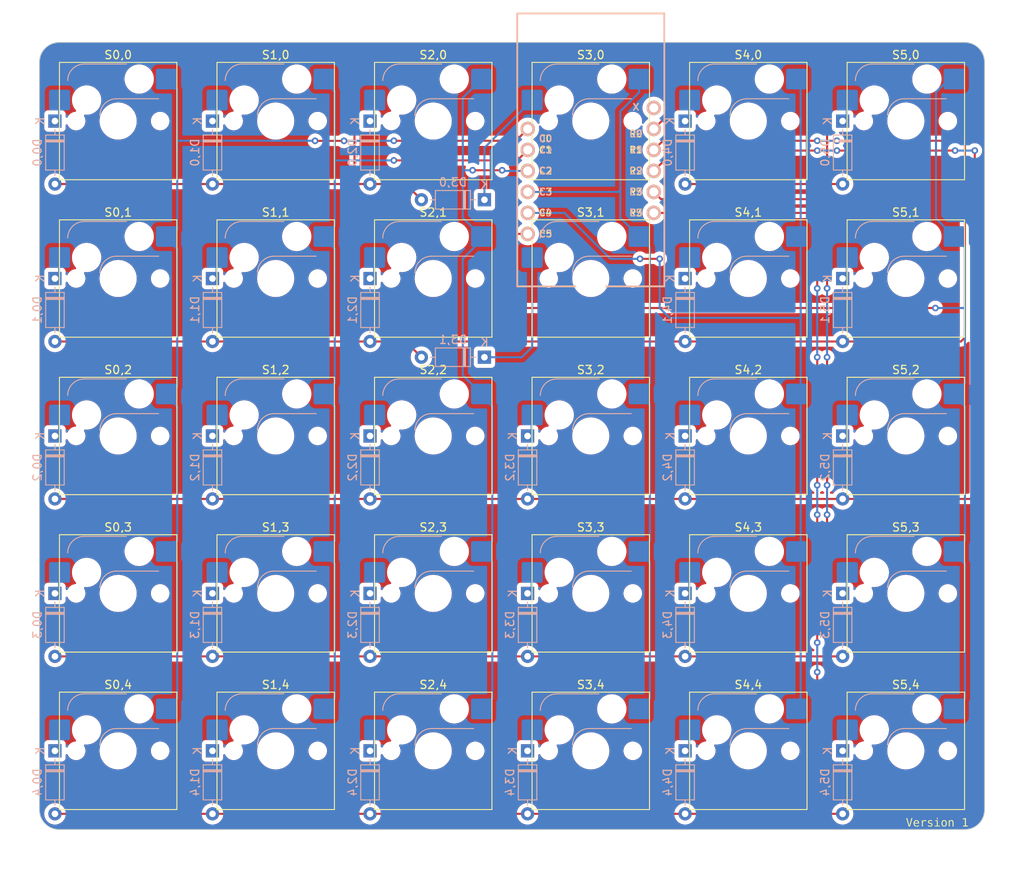
<source format=kicad_pcb>
(kicad_pcb (version 20221018) (generator pcbnew)
  (layers (0 "F.Cu" signal) (31 "B.Cu" signal) (34 "B.Paste" user) (35 "F.Paste" user) (36 "B.SilkS" user "B.Silkscreen") (37 "F.SilkS" user "F.Silkscreen") (38 "B.Mask" user) (39 "F.Mask" user) (44 "Edge.Cuts" user))
  (net 0 "")
  (net 1 "/ROW4")
  (net 2 "/COL5")
  (net 3 "/COL0")
  (net 4 "/COL1")
  (net 5 "/COL2")
  (net 6 "/COL3")
  (net 7 "/COL4")
  (net 8 "/ROW3")
  (net 9 "/ROW2")
  (net 10 "/ROW1")
  (net 11 "/ROW0")
  (net 13 "Net-(D0,0-K)")
  (net 14 "Net-(D0,1-K)")
  (net 15 "Net-(D0,2-K)")
  (net 16 "Net-(D0,3-K)")
  (net 17 "Net-(D0,4-K)")
  (net 18 "Net-(D1,0-K)")
  (net 19 "Net-(D1,1-K)")
  (net 20 "Net-(D1,2-K)")
  (net 21 "Net-(D1,3-K)")
  (net 22 "Net-(D1,4-K)")
  (net 23 "Net-(D2,0-K)")
  (net 24 "Net-(D2,1-K)")
  (net 25 "Net-(D2,2-K)")
  (net 26 "Net-(D2,3-K)")
  (net 27 "Net-(D2,4-K)")
  (net 28 "Net-(D3,0-K)")
  (net 29 "Net-(D3,1-K)")
  (net 30 "Net-(D3,2-K)")
  (net 31 "Net-(D3,3-K)")
  (net 32 "Net-(D3,4-K)")
  (net 33 "Net-(D4,0-K)")
  (net 34 "Net-(D4,1-K)")
  (net 35 "Net-(D4,2-K)")
  (net 36 "Net-(D4,3-K)")
  (net 37 "Net-(D4,4-K)")
  (net 38 "Net-(D5,0-K)")
  (net 39 "Net-(D5,1-K)")
  (net 40 "Net-(D5,2-K)")
  (net 41 "Net-(D5,3-K)")
  (net 42 "Net-(D5,4-K)")
  (footprint "ScottoKeebs_Hotswap:Hotswap_MX_1.00u" (layer "F.Cu") (at 64.235 97.79)
    (fp_text reference "S1,3")
    (fp_text value "Keyswitch")
  )
  (footprint "ScottoKeebs_Hotswap:Hotswap_MX_1.00u" (layer "F.Cu") (at 64.235 116.84)
    (fp_text reference "S1,4")
    (fp_text value "Keyswitch")
  )
  (footprint "ScottoKeebs_Hotswap:Hotswap_MX_1.00u" (layer "F.Cu") (at 64.235 40.64)
    (fp_text reference "S1,0")
    (fp_text value "Keyswitch")
  )
  (footprint "ScottoKeebs_Hotswap:Hotswap_MX_1.00u" (layer "F.Cu") (at 102.335 40.64)
    (fp_text reference "S3,0")
    (fp_text value "Keyswitch")
  )
  (footprint "ScottoKeebs_Hotswap:Hotswap_MX_1.00u" (layer "F.Cu") (at 83.285 116.84)
    (fp_text reference "S2,4")
    (fp_text value "Keyswitch")
  )
  (footprint "ScottoKeebs_Hotswap:Hotswap_MX_1.00u" (layer "F.Cu") (at 45.185 59.69)
    (fp_text reference "S0,1")
    (fp_text value "Keyswitch")
  )
  (footprint "ScottoKeebs_Hotswap:Hotswap_MX_1.00u" (layer "F.Cu") (at 83.285 78.74)
    (fp_text reference "S2,2")
    (fp_text value "Keyswitch")
  )
  (footprint "ScottoKeebs_Hotswap:Hotswap_MX_1.00u" (layer "F.Cu") (at 121.385 59.69)
    (fp_text reference "S4,1")
    (fp_text value "Keyswitch")
  )
  (footprint "ScottoKeebs_Hotswap:Hotswap_MX_1.00u" (layer "F.Cu") (at 45.185 116.84)
    (fp_text reference "S0,4")
    (fp_text value "Keyswitch")
  )
  (footprint "ScottoKeebs_Hotswap:Hotswap_MX_1.00u" (layer "F.Cu") (at 102.335 59.69)
    (fp_text reference "S3,1")
    (fp_text value "Keyswitch")
  )
  (footprint "ScottoKeebs_Hotswap:Hotswap_MX_1.00u" (layer "F.Cu") (at 121.385 78.74)
    (fp_text reference "S4,2")
    (fp_text value "Keyswitch")
  )
  (footprint "ScottoKeebs_Hotswap:Hotswap_MX_1.00u" (layer "F.Cu") (at 83.285 97.79)
    (fp_text reference "S2,3")
    (fp_text value "Keyswitch")
  )
  (footprint "ScottoKeebs_Hotswap:Hotswap_MX_1.00u" (layer "F.Cu") (at 83.285 59.69)
    (fp_text reference "S2,1")
    (fp_text value "Keyswitch")
  )
  (footprint "ScottoKeebs_Hotswap:Hotswap_MX_1.00u" (layer "F.Cu") (at 83.285 40.64)
    (fp_text reference "S2,0")
    (fp_text value "Keyswitch")
  )
  (footprint "ScottoKeebs_Hotswap:Hotswap_MX_1.00u" (layer "F.Cu") (at 102.335 116.84)
    (fp_text reference "S3,4")
    (fp_text value "Keyswitch")
  )
  (footprint "ScottoKeebs_Hotswap:Hotswap_MX_1.00u" (layer "F.Cu") (at 140.435 40.64)
    (fp_text reference "S5,0")
    (fp_text value "Keyswitch")
  )
  (footprint "ScottoKeebs_Hotswap:Hotswap_MX_1.00u" (layer "F.Cu") (at 140.435 78.74)
    (fp_text reference "S5,2")
    (fp_text value "Keyswitch")
  )
  (footprint "ScottoKeebs_Hotswap:Hotswap_MX_1.00u" (layer "F.Cu") (at 45.185 40.64)
    (fp_text reference "S0,0")
    (fp_text value "Keyswitch")
  )
  (footprint "ScottoKeebs_Hotswap:Hotswap_MX_1.00u" (layer "F.Cu") (at 121.385 40.64)
    (fp_text reference "S4,0")
    (fp_text value "Keyswitch")
  )
  (footprint "ScottoKeebs_Hotswap:Hotswap_MX_1.00u" (layer "F.Cu") (at 64.235 78.74)
    (fp_text reference "S1,2")
    (fp_text value "Keyswitch")
  )
  (footprint "ScottoKeebs_MCU:Arduino_Pro_Micro_modified_2" (layer "F.Cu") (at 102.335 45.4025)
    (fp_text reference "U2" hide)
    (fp_text value "Arduino_Pro_Micro" hide)
  )
  (footprint "ScottoKeebs_Hotswap:Hotswap_MX_1.00u" (layer "F.Cu") (at 140.435 97.79)
    (fp_text reference "S5,3")
    (fp_text value "Keyswitch")
  )
  (footprint "ScottoKeebs_Hotswap:Hotswap_MX_1.00u" (layer "F.Cu") (at 102.335 97.79)
    (fp_text reference "S3,3")
    (fp_text value "Keyswitch")
  )
  (footprint "ScottoKeebs_Hotswap:Hotswap_MX_1.00u" (layer "F.Cu") (at 45.185 78.74)
    (fp_text reference "S0,2")
    (fp_text value "Keyswitch")
  )
  (footprint "ScottoKeebs_Hotswap:Hotswap_MX_1.00u" (layer "F.Cu") (at 102.335 78.74)
    (fp_text reference "S3,2")
    (fp_text value "Keyswitch")
  )
  (footprint "ScottoKeebs_Hotswap:Hotswap_MX_1.00u" (layer "F.Cu") (at 140.435 59.69)
    (fp_text reference "S5,1")
    (fp_text value "Keyswitch")
  )
  (footprint "ScottoKeebs_Hotswap:Hotswap_MX_1.00u" (layer "F.Cu") (at 121.385 97.79)
    (fp_text reference "S4,3")
    (fp_text value "Keyswitch")
  )
  (footprint "ScottoKeebs_Hotswap:Hotswap_MX_1.00u" (layer "F.Cu") (at 64.235 59.69)
    (fp_text reference "S1,1")
    (fp_text value "Keyswitch")
  )
  (footprint "ScottoKeebs_Hotswap:Hotswap_MX_1.00u" (layer "F.Cu") (at 45.185 97.79)
    (fp_text reference "S0,3")
    (fp_text value "Keyswitch")
  )
  (footprint "ScottoKeebs_Hotswap:Hotswap_MX_1.00u" (layer "F.Cu") (at 140.435 116.84)
    (fp_text reference "S5,4")
    (fp_text value "Keyswitch")
  )
  (footprint "ScottoKeebs_Hotswap:Hotswap_MX_1.00u" (layer "F.Cu") (at 121.385 116.84)
    (fp_text reference "S4,4")
    (fp_text value "Keyswitch")
  )
  (footprint "ScottoKeebs_Components:Diode_DO-35" (layer "B.Cu") (at 37.54125 40.64 -90)
    (fp_text reference "D0,0")
    (fp_text value "Diode")
  )
  (footprint "ScottoKeebs_Components:Diode_DO-35" (layer "B.Cu") (at 75.64125 59.69 -90)
    (fp_text reference "D2,1")
    (fp_text value "Diode")
  )
  (footprint "ScottoKeebs_Components:Diode_DO-35" (layer "B.Cu") (at 75.64125 78.74 -90)
    (fp_text reference "D2,2")
    (fp_text value "Diode")
  )
  (footprint "ScottoKeebs_Components:Diode_DO-35" (layer "B.Cu") (at 113.74125 59.69 -90)
    (fp_text reference "D4,1")
    (fp_text value "Diode")
  )
  (footprint "ScottoKeebs_Components:Diode_DO-35" (layer "B.Cu") (at 132.79125 116.84 -90)
    (fp_text reference "D5,4")
    (fp_text value "Diode")
  )
  (footprint "ScottoKeebs_Components:Diode_DO-35" (layer "B.Cu") (at 89.47625 69.215 180)
    (fp_text reference "D3,1")
    (fp_text value "Diode")
  )
  (footprint "ScottoKeebs_Components:Diode_DO-35" (layer "B.Cu") (at 113.74125 40.64 -90)
    (fp_text reference "D4,0")
    (fp_text value "Diode")
  )
  (footprint "ScottoKeebs_Components:Diode_DO-35" (layer "B.Cu") (at 132.79125 97.79 -90)
    (fp_text reference "D5,3")
    (fp_text value "Diode")
  )
  (footprint "ScottoKeebs_Components:Diode_DO-35" (layer "B.Cu") (at 37.54125 97.79 -90)
    (fp_text reference "D0,3")
    (fp_text value "Diode")
  )
  (footprint "ScottoKeebs_Components:Diode_DO-35" (layer "B.Cu") (at 132.79125 78.74 -90)
    (fp_text reference "D5,2")
    (fp_text value "Diode")
  )
  (footprint "ScottoKeebs_Components:Diode_DO-35" (layer "B.Cu") (at 132.79125 40.64 -90)
    (fp_text reference "D5,0")
    (fp_text value "Diode")
  )
  (footprint "ScottoKeebs_Components:Diode_DO-35" (layer "B.Cu") (at 113.74125 116.84 -90)
    (fp_text reference "D4,4")
    (fp_text value "Diode")
  )
  (footprint "ScottoKeebs_Components:Diode_DO-35" (layer "B.Cu") (at 75.64125 116.84 -90)
    (fp_text reference "D2,4")
    (fp_text value "Diode")
  )
  (footprint "ScottoKeebs_Components:Diode_DO-35" (layer "B.Cu") (at 56.59125 116.84 -90)
    (fp_text reference "D1,4")
    (fp_text value "Diode")
  )
  (footprint "ScottoKeebs_Components:Diode_DO-35" (layer "B.Cu") (at 56.59125 78.74 -90)
    (fp_text reference "D1,2")
    (fp_text value "Diode")
  )
  (footprint "ScottoKeebs_Components:Diode_DO-35" (layer "B.Cu") (at 94.69125 116.84 -90)
    (fp_text reference "D3,4")
    (fp_text value "Diode")
  )
  (footprint "ScottoKeebs_Components:Diode_DO-35" (layer "B.Cu") (at 94.69125 78.74 -90)
    (fp_text reference "D3,2")
    (fp_text value "Diode")
  )
  (footprint "ScottoKeebs_Components:Diode_DO-35" (layer "B.Cu") (at 113.74125 97.79 -90)
    (fp_text reference "D4,3")
    (fp_text value "Diode")
  )
  (footprint "ScottoKeebs_Components:Diode_DO-35" (layer "B.Cu") (at 75.64125 40.64 -90)
    (fp_text reference "D2,0")
    (fp_text value "Diode")
  )
  (footprint "ScottoKeebs_Components:Diode_DO-35" (layer "B.Cu") (at 94.69125 97.79 -90)
    (fp_text reference "D3,3")
    (fp_text value "Diode")
  )
  (footprint "ScottoKeebs_Components:Diode_DO-35" (layer "B.Cu") (at 75.64125 97.79 -90)
    (fp_text reference "D2,3")
    (fp_text value "Diode")
  )
  (footprint "ScottoKeebs_Components:Diode_DO-35" (layer "B.Cu") (at 56.59125 40.64 -90)
    (fp_text reference "D1,0")
    (fp_text value "Diode")
  )
  (footprint "ScottoKeebs_Components:Diode_DO-35" (layer "B.Cu") (at 56.59125 59.69 -90)
    (fp_text reference "D1,1")
    (fp_text value "Diode")
  )
  (footprint "ScottoKeebs_Components:Diode_DO-35" (layer "B.Cu") (at 37.54125 116.84 -90)
    (fp_text reference "D0,4")
    (fp_text value "Diode")
  )
  (footprint "ScottoKeebs_Components:Diode_DO-35" (layer "B.Cu") (at 56.59125 97.79 -90)
    (fp_text reference "D1,3")
    (fp_text value "Diode")
  )
  (footprint "ScottoKeebs_Components:Diode_DO-35" (layer "B.Cu") (at 37.54125 78.74 -90)
    (fp_text reference "D0,2")
    (fp_text value "Diode")
  )
  (footprint "ScottoKeebs_Components:Diode_DO-35" (layer "B.Cu") (at 37.54125 59.69 -90)
    (fp_text reference "D0,1")
    (fp_text value "Diode")
  )
  (footprint "ScottoKeebs_Components:Diode_DO-35" (layer "B.Cu") (at 113.74125 78.74 -90)
    (fp_text reference "D4,2")
    (fp_text value "Diode")
  )
  (footprint "ScottoKeebs_Components:Diode_DO-35" (layer "B.Cu") (at 132.79125 59.69 -90)
    (fp_text reference "D5,1")
    (fp_text value "Diode")
  )
  (footprint "ScottoKeebs_Components:Diode_DO-35" (layer "B.Cu") (at 89.47625 50.165 180)
    (fp_text reference "D3,0")
    (fp_text value "Diode")
  )
  (gr_line (start 38.04125 126.365) (end 147.57875 126.365) (stroke (width 0.1)) (layer "Edge.Cuts"))
  (gr_line (start 35.66 33.49625) (end 35.66 123.98375) (stroke (width 0.1)) (layer "Edge.Cuts"))
  (gr_arc (start 147.57875 31.115) (mid 149.262548 31.812452) (end 149.96 33.49625) (stroke (width 0.1)) (layer "Edge.Cuts"))
  (gr_arc (start 35.66 33.49625) (mid 36.357452 31.812452) (end 38.04125 31.115) (stroke (width 0.1)) (layer "Edge.Cuts"))
  (gr_line (start 149.96 123.98375) (end 149.96 33.49625) (stroke (width 0.1)) (layer "Edge.Cuts"))
  (gr_arc (start 149.96 123.98375) (mid 149.262548 125.667548) (end 147.57875 126.365) (stroke (width 0.1)) (layer "Edge.Cuts"))
  (gr_line (start 147.57875 31.115) (end 38.04125 31.115) (stroke (width 0.1)) (layer "Edge.Cuts"))
  (gr_arc (start 38.04125 126.365) (mid 36.357452 125.667548) (end 35.66 123.98375) (stroke (width 0.1)) (layer "Edge.Cuts"))
  (gr_text "Version 1" (at 140.435 126.165) (layer "F.SilkS") (effects (font (size 1 1)) (justify left bottom)))
  (segment (start 95.19125 124.46) (end 114.24125 124.46) (width 0.25) (layer "F.Cu") (net 1))
  (segment (start 57.09125 124.46) (end 76.14125 124.46) (width 0.25) (layer "F.Cu") (net 1))
  (segment (start 76.14125 124.46) (end 95.19125 124.46) (width 0.25) (layer "F.Cu") (net 1))
  (segment (start 128.925625 51.7525) (end 109.955 51.7525) (width 0.25) (layer "F.Cu") (net 1))
  (segment (start 129.719375 124.46) (end 133.29125 124.46) (width 0.25) (layer "F.Cu") (net 1))
  (segment (start 129.719375 107.315) (end 129.719375 124.46) (width 0.25) (layer "F.Cu") (net 1))
  (segment (start 129.719375 60.880625) (end 129.719375 52.54625) (width 0.25) (layer "F.Cu") (net 1))
  (segment (start 129.719375 88.265) (end 129.719375 103.743125) (width 0.25) (layer "F.Cu") (net 1))
  (segment (start 129.719375 52.54625) (end 128.925625 51.7525) (width 0.25) (layer "F.Cu") (net 1))
  (segment (start 114.24125 124.46) (end 129.719375 124.46) (width 0.25) (layer "F.Cu") (net 1))
  (segment (start 38.04125 124.46) (end 57.09125 124.46) (width 0.25) (layer "F.Cu") (net 1))
  (segment (start 129.719375 69.215) (end 129.719375 84.693125) (width 0.25) (layer "F.Cu") (net 1))
  (via (at 129.719375 88.265) (size 0.8) (drill 0.4) (layers "F.Cu" "B.Cu") (net 1))
  (via (at 129.719375 103.743125) (size 0.8) (drill 0.4) (layers "F.Cu" "B.Cu") (net 1))
  (via (at 129.719375 107.315) (size 0.8) (drill 0.4) (layers "F.Cu" "B.Cu") (net 1))
  (via (at 129.719375 60.880625) (size 0.8) (drill 0.4) (layers "F.Cu" "B.Cu") (net 1))
  (via (at 129.719375 69.215) (size 0.8) (drill 0.4) (layers "F.Cu" "B.Cu") (net 1))
  (via (at 129.719375 84.693125) (size 0.8) (drill 0.4) (layers "F.Cu" "B.Cu") (net 1))
  (segment (start 129.719375 84.693125) (end 129.719375 88.265) (width 0.25) (layer "B.Cu") (net 1))
  (segment (start 129.719375 60.880625) (end 129.719375 69.215) (width 0.25) (layer "B.Cu") (net 1))
  (segment (start 129.719375 103.743125) (end 129.719375 107.315) (width 0.25) (layer "B.Cu") (net 1))
  (segment (start 92.81 54.9275) (end 92.81 62.07125) (width 0.25) (layer "F.Cu") (net 2))
  (segment (start 93.445 54.2925) (end 92.81 54.9275) (width 0.25) (layer "F.Cu") (net 2))
  (segment (start 94.715 54.2925) (end 93.445 54.2925) (width 0.25) (layer "F.Cu") (net 2))
  (segment (start 94.000625 63.261875) (end 144.006875 63.261875) (width 0.25) (layer "F.Cu") (net 2))
  (segment (start 92.81 62.07125) (end 94.000625 63.261875) (width 0.25) (layer "F.Cu") (net 2))
  (via (at 144.006875 63.261875) (size 0.8) (drill 0.4) (layers "F.Cu" "B.Cu") (net 2))
  (segment (start 147.57875 91.40825) (end 146.277 92.71) (width 0.25) (layer "B.Cu") (net 2))
  (segment (start 145.662006 35.56) (end 144.080378 37.141628) (width 0.25) (layer "B.Cu") (net 2))
  (segment (start 144.006875 63.261875) (end 147.57875 63.261875) (width 0.25) (layer "B.Cu") (net 2))
  (segment (start 147.57875 94.218125) (end 147.57875 110.45825) (width 0.25) (layer "B.Cu") (net 2))
  (segment (start 147.57875 63.261875) (end 147.57875 72.35825) (width 0.25) (layer "B.Cu") (net 2))
  (segment (start 146.277 92.71) (end 146.277 92.916375) (width 0.25) (layer "B.Cu") (net 2))
  (segment (start 146.277 54.61) (end 147.57875 55.91175) (width 0.25) (layer "B.Cu") (net 2))
  (segment (start 146.277 73.866375) (end 147.57875 75.168125) (width 0.25) (layer "B.Cu") (net 2))
  (segment (start 147.57875 72.35825) (end 146.277 73.66) (width 0.25) (layer "B.Cu") (net 2))
  (segment (start 144.080378 37.141628) (end 144.080378 52.413378) (width 0.25) (layer "B.Cu") (net 2))
  (segment (start 147.57875 55.91175) (end 147.57875 63.261875) (width 0.25) (layer "B.Cu") (net 2))
  (segment (start 146.277 73.66) (end 146.277 73.866375) (width 0.25) (layer "B.Cu") (net 2))
  (segment (start 144.080378 52.413378) (end 146.277 54.61) (width 0.25) (layer "B.Cu") (net 2))
  (segment (start 146.277 35.56) (end 145.662006 35.56) (width 0.25) (layer "B.Cu") (net 2))
  (segment (start 146.277 92.916375) (end 147.57875 94.218125) (width 0.25) (layer "B.Cu") (net 2))
  (segment (start 147.57875 110.45825) (end 146.277 111.76) (width 0.25) (layer "B.Cu") (net 2))
  (segment (start 147.57875 75.168125) (end 147.57875 91.40825) (width 0.25) (layer "B.Cu") (net 2))
  (segment (start 94.715 41.5925) (end 93.28625 43.02125) (width 0.25) (layer "F.Cu") (net 3))
  (segment (start 68.9975 43.033214) (end 72.498385 43.033214) (width 0.25) (layer "F.Cu") (net 3))
  (segment (start 93.28625 43.02125) (end 78.5225 43.02125) (width 0.25) (layer "F.Cu") (net 3))
  (via (at 78.5225 43.02125) (size 0.8) (drill 0.4) (layers "F.Cu" "B.Cu") (net 3))
  (via (at 72.498385 43.033214) (size 0.8) (drill 0.4) (layers "F.Cu" "B.Cu") (net 3))
  (via (at 68.9975 43.033214) (size 0.8) (drill 0.4) (layers "F.Cu" "B.Cu") (net 3))
  (segment (start 52.32875 43.02125) (end 52.32875 53.736875) (width 0.25) (layer "B.Cu") (net 3))
  (segment (start 51.455625 54.61) (end 51.027 54.61) (width 0.25) (layer "B.Cu") (net 3))
  (segment (start 52.32875 94.01175) (end 52.32875 110.45825) (width 0.25) (layer "B.Cu") (net 3))
  (segment (start 51.027 35.56) (end 52.32875 36.86175) (width 0.25) (layer "B.Cu") (net 3))
  (segment (start 51.027 92.71) (end 52.32875 94.01175) (width 0.25) (layer "B.Cu") (net 3))
  (segment (start 52.32875 56.118125) (end 52.32875 72.786875) (width 0.25) (layer "B.Cu") (net 3))
  (segment (start 51.455625 73.66) (end 51.027 73.66) (width 0.25) (layer "B.Cu") (net 3))
  (segment (start 52.32875 36.86175) (end 52.32875 43.02125) (width 0.25) (layer "B.Cu") (net 3))
  (segment (start 52.32875 91.40825) (end 51.027 92.71) (width 0.25) (layer "B.Cu") (net 3))
  (segment (start 72.510349 43.02125) (end 72.498385 43.033214) (width 0.25) (layer "B.Cu") (net 3))
  (segment (start 52.32875 72.786875) (end 51.455625 73.66) (width 0.25) (layer "B.Cu") (net 3))
  (segment (start 78.5225 43.02125) (end 72.510349 43.02125) (width 0.25) (layer "B.Cu") (net 3))
  (segment (start 52.32875 53.736875) (end 51.455625 54.61) (width 0.25) (layer "B.Cu") (net 3))
  (segment (start 51.027 73.66) (end 51.027 73.866375) (width 0.25) (layer "B.Cu") (net 3))
  (segment (start 52.32875 75.168125) (end 52.32875 91.40825) (width 0.25) (layer "B.Cu") (net 3))
  (segment (start 52.32875 110.45825) (end 51.027 111.76) (width 0.25) (layer "B.Cu") (net 3))
  (segment (start 68.9975 43.033214) (end 68.985536 43.02125) (width 0.25) (layer "B.Cu") (net 3))
  (segment (start 51.027 54.61) (end 51.027 54.816375) (width 0.25) (layer "B.Cu") (net 3))
  (segment (start 68.985536 43.02125) (end 52.32875 43.02125) (width 0.25) (layer "B.Cu") (net 3))
  (segment (start 51.027 54.816375) (end 52.32875 56.118125) (width 0.25) (layer "B.Cu") (net 3))
  (segment (start 51.027 73.866375) (end 52.32875 75.168125) (width 0.25) (layer "B.Cu") (net 3))
  (segment (start 94.715 44.1325) (end 93.445 45.4025) (width 0.25) (layer "F.Cu") (net 4))
  (segment (start 93.445 45.4025) (end 78.5225 45.4025) (width 0.25) (layer "F.Cu") (net 4))
  (via (at 78.5225 45.4025) (size 0.8) (drill 0.4) (layers "F.Cu" "B.Cu") (net 4))
  (segment (start 70.077 92.71) (end 70.077 92.916375) (width 0.25) (layer "B.Cu") (net 4))
  (segment (start 70.077 35.56) (end 70.077 35.766375) (width 0.25) (layer "B.Cu") (net 4))
  (segment (start 70.077 92.916375) (end 71.37875 94.218125) (width 0.25) (layer "B.Cu") (net 4))
  (segment (start 71.37875 91.40825) (end 70.077 92.71) (width 0.25) (layer "B.Cu") (net 4))
  (segment (start 71.37875 75.168125) (end 71.37875 91.40825) (width 0.25) (layer "B.Cu") (net 4))
  (segment (start 71.37875 56.118125) (end 71.37875 72.35825) (width 0.25) (layer "B.Cu") (net 4))
  (segment (start 70.077 54.816375) (end 71.37875 56.118125) (width 0.25) (layer "B.Cu") (net 4))
  (segment (start 70.077 73.66) (end 70.077 73.866375) (width 0.25) (layer "B.Cu") (net 4))
  (segment (start 70.077 73.866375) (end 71.37875 75.168125) (width 0.25) (layer "B.Cu") (net 4))
  (segment (start 71.37875 44.211875) (end 71.37875 45.4025) (width 0.25) (layer "B.Cu") (net 4))
  (segment (start 71.37875 94.218125) (end 71.37875 110.45825) (width 0.25) (layer "B.Cu") (net 4))
  (segment (start 70.077 35.766375) (end 71.37875 37.068125) (width 0.25) (layer "B.Cu") (net 4))
  (segment (start 71.37875 53.30825) (end 70.077 54.61) (width 0.25) (layer "B.Cu") (net 4))
  (segment (start 71.37875 45.4025) (end 71.37875 53.30825) (width 0.25) (layer "B.Cu") (net 4))
  (segment (start 78.5225 45.4025) (end 71.37875 45.4025) (width 0.25) (layer "B.Cu") (net 4))
  (segment (start 71.37875 110.45825) (end 70.077 111.76) (width 0.25) (layer "B.Cu") (net 4))
  (segment (start 70.077 54.61) (end 70.077 54.816375) (width 0.25) (layer "B.Cu") (net 4))
  (segment (start 71.37875 37.068125) (end 71.37875 44.211875) (width 0.25) (layer "B.Cu") (net 4))
  (segment (start 71.37875 72.35825) (end 70.077 73.66) (width 0.25) (layer "B.Cu") (net 4))
  (segment (start 91.619375 46.593125) (end 88.0475 46.593125) (width 0.25) (layer "F.Cu") (net 5))
  (via (at 88.0475 46.593125) (size 0.8) (drill 0.4) (layers "F.Cu" "B.Cu") (net 5))
  (via (at 91.619375 46.593125) (size 0.8) (drill 0.4) (layers "F.Cu" "B.Cu") (net 5))
  (segment (start 91.69875 46.6725) (end 91.619375 46.593125) (width 0.25) (layer "B.Cu") (net 5))
  (segment (start 90.42875 110.45825) (end 89.127 111.76) (width 0.25) (layer "B.Cu") (net 5))
  (segment (start 86.856875 46.593125) (end 86.856875 52.339875) (width 0.25) (layer "B.Cu") (net 5))
  (segment (start 90.42875 75.168125) (end 90.42875 91.40825) (width 0.25) (layer "B.Cu") (net 5))
  (segment (start 89.127 35.56) (end 86.856875 37.830125) (width 0.25) (layer "B.Cu") (net 5))
  (segment (start 86.856875 57.30875) (end 86.856875 71.389875) (width 0.25) (layer "B.Cu") (net 5))
  (segment (start 88.0475 46.593125) (end 86.856875 46.593125) (width 0.25) (layer "B.Cu") (net 5))
  (segment (start 94.715 46.6725) (end 91.69875 46.6725) (width 0.25) (layer "B.Cu") (net 5))
  (segment (start 86.856875 71.389875) (end 89.127 73.66) (width 0.25) (layer "B.Cu") (net 5))
  (segment (start 86.856875 37.830125) (end 86.856875 46.593125) (width 0.25) (layer "B.Cu") (net 5))
  (segment (start 86.856875 52.339875) (end 89.127 54.61) (width 0.25) (layer "B.Cu") (net 5))
  (segment (start 89.127 92.71) (end 90.42875 94.01175) (width 0.25) (layer "B.Cu") (net 5))
  (segment (start 90.42875 91.40825) (end 89.127 92.71) (width 0.25) (layer "B.Cu") (net 5))
  (segment (start 90.42875 94.01175) (end 90.42875 110.45825) (width 0.25) (layer "B.Cu") (net 5))
  (segment (start 89.127 73.866375) (end 90.42875 75.168125) (width 0.25) (layer "B.Cu") (net 5))
  (segment (start 89.127 55.038625) (end 86.856875 57.30875) (width 0.25) (layer "B.Cu") (net 5))
  (segment (start 89.127 73.66) (end 89.127 73.866375) (width 0.25) (layer "B.Cu") (net 5))
  (segment (start 89.127 54.61) (end 89.127 55.038625) (width 0.25) (layer "B.Cu") (net 5))
  (segment (start 108.177 73.66) (end 109.47875 72.35825) (width 0.25) (layer "B.Cu") (net 6))
  (segment (start 105.66875 49.2125) (end 105.906875 48.974375) (width 0.25) (layer "B.Cu") (net 6))
  (segment (start 109.47875 72.35825) (end 109.47875 55.91175) (width 0.25) (layer "B.Cu") (net 6))
  (segment (start 94.715 49.2125) (end 105.66875 49.2125) (width 0.25) (layer "B.Cu") (net 6))
  (segment (start 109.47875 55.91175) (end 108.177 54.61) (width 0.25) (layer "B.Cu") (net 6))
  (segment (start 109.47875 110.45825) (end 108.177 111.76) (width 0.25) (layer "B.Cu") (net 6))
  (segment (start 109.47875 91.40825) (end 108.177 92.71) (width 0.25) (layer "B.Cu") (net 6))
  (segment (start 108.177 73.66) (end 109.47875 74.96175) (width 0.25) (layer "B.Cu") (net 6))
  (segment (start 105.906875 52.339875) (end 108.177 54.61) (width 0.25) (layer "B.Cu") (net 6))
  (segment (start 108.177 37.17925) (end 105.906875 39.449375) (width 0.25) (layer "B.Cu") (net 6))
  (segment (start 108.177 92.71) (end 109.47875 94.01175) (width 0.25) (layer "B.Cu") (net 6))
  (segment (start 109.47875 74.96175) (end 109.47875 91.40825) (width 0.25) (layer "B.Cu") (net 6))
  (segment (start 109.47875 94.01175) (end 109.47875 110.45825) (width 0.25) (layer "B.Cu") (net 6))
  (segment (start 105.906875 48.974375) (end 105.906875 52.339875) (width 0.25) (layer "B.Cu") (net 6))
  (segment (start 105.906875 39.449375) (end 105.906875 48.974375) (width 0.25) (layer "B.Cu") (net 6))
  (segment (start 108.177 35.56) (end 108.177 37.17925) (width 0.25) (layer "B.Cu") (net 6))
  (segment (start 108.288125 57.30875) (end 110.669375 57.30875) (width 0.25) (layer "F.Cu") (net 7))
  (via (at 110.669375 57.30875) (size 0.8) (drill 0.4) (layers "F.Cu" "B.Cu") (net 7))
  (via (at 108.288125 57.30875) (size 0.8) (drill 0.4) (layers "F.Cu" "B.Cu") (net 7))
  (segment (start 127.227 92.71) (end 127.715 93.198) (width 0.25) (layer "B.Cu") (net 7))
  (segment (start 127.715 64.4525) (end 127.715 73.172) (width 0.25) (layer "B.Cu") (net 7))
  (segment (start 99.16 51.7525) (end 104.71625 57.30875) (width 0.25) (layer "B.Cu") (net 7))
  (segment (start 110.669375 63.261875) (end 111.86 64.4525) (width 0.25) (layer "B.Cu") (net 7))
  (segment (start 127.715 54.122) (end 127.227 54.61) (width 0.25) (layer "B.Cu") (net 7))
  (segment (start 127.227 54.61) (end 127.715 55.098) (width 0.25) (layer "B.Cu") (net 7))
  (segment (start 127.227 73.66) (end 127.715 74.148) (width 0.25) (layer "B.Cu") (net 7))
  (segment (start 127.715 111.272) (end 127.227 111.76) (width 0.25) (layer "B.Cu") (net 7))
  (segment (start 110.669375 57.30875) (end 110.669375 63.261875) (width 0.25) (layer "B.Cu") (net 7))
  (segment (start 104.71625 57.30875) (end 108.288125 57.30875) (width 0.25) (layer "B.Cu") (net 7))
  (segment (start 94.715 51.7525) (end 99.16 51.7525) (width 0.25) (layer "B.Cu") (net 7))
  (segment (start 127.715 73.172) (end 127.227 73.66) (width 0.25) (layer "B.Cu") (net 7))
  (segment (start 127.715 92.222) (end 127.227 92.71) (width 0.25) (layer "B.Cu") (net 7))
  (segment (start 127.715 93.198) (end 127.715 111.272) (width 0.25) (layer "B.Cu") (net 7))
  (segment (start 127.715 55.098) (end 127.715 64.4525) (width 0.25) (layer "B.Cu") (net 7))
  (segment (start 127.227 35.56) (end 127.715 36.048) (width 0.25) (layer "B.Cu") (net 7))
  (segment (start 127.715 74.148) (end 127.715 92.222) (width 0.25) (layer "B.Cu") (net 7))
  (segment (start 127.715 36.048) (end 127.715 54.122) (width 0.25) (layer "B.Cu") (net 7))
  (segment (start 111.86 64.4525) (end 127.715 64.4525) (width 0.25) (layer "B.Cu") (net 7))
  (segment (start 76.14125 105.41) (end 95.19125 105.41) (width 0.25) (layer "F.Cu") (net 8))
  (segment (start 57.09125 105.41) (end 76.14125 105.41) (width 0.25) (layer "F.Cu") (net 8))
  (segment (start 130.91 105.41) (end 133.29125 105.41) (width 0.25) (layer "F.Cu") (net 8))
  (segment (start 130.91 69.215) (end 130.91 84.693125) (width 0.25) (layer "F.Cu") (net 8))
  (segment (start 95.19125 105.41) (end 114.24125 105.41) (width 0.25) (layer "F.Cu") (net 8))
  (segment (start 110.8313 50.0888) (end 109.955 49.2125) (width 0.25) (layer "F.Cu") (net 8))
  (segment (start 130.91 50.165) (end 130.8338 50.0888) (width 0.25) (layer "F.Cu") (net 8))
  (segment (start 130.8338 50.0888) (end 110.8313 50.0888) (width 0.25) (layer "F.Cu") (net 8))
  (segment (start 114.24125 105.41) (end 130.91 105.41) (width 0.25) (layer "F.Cu") (net 8))
  (segment (start 130.91 88.265) (end 130.91 105.41) (width 0.25) (layer "F.Cu") (net 8))
  (segment (start 38.04125 105.41) (end 57.09125 105.41) (width 0.25) (layer "F.Cu") (net 8))
  (segment (start 130.91 60.880625) (end 130.91 50.165) (width 0.25) (layer "F.Cu") (net 8))
  (via (at 130.91 88.265) (size 0.8) (drill 0.4) (layers "F.Cu" "B.Cu") (net 8))
  (via (at 130.91 69.215) (size 0.8) (drill 0.4) (layers "F.Cu" "B.Cu") (net 8))
  (via (at 130.91 60.880625) (size 0.8) (drill 0.4) (layers "F.Cu" "B.Cu") (net 8))
  (via (at 130.91 84.693125) (size 0.8) (drill 0.4) (layers "F.Cu" "B.Cu") (net 8))
  (segment (start 130.91 84.693125) (end 130.91 88.265) (width 0.25) (layer "B.Cu") (net 8))
  (segment (start 130.91 60.880625) (end 130.91 69.215) (width 0.25) (layer "B.Cu") (net 8))
  (segment (start 132.100625 44.211875) (end 146.388125 44.211875) (width 0.25) (layer "F.Cu") (net 9))
  (segment (start 95.19125 86.36) (end 114.24125 86.36) (width 0.25) (layer "F.Cu") (net 9))
  (segment (start 114.24125 86.36) (end 133.29125 86.36) (width 0.25) (layer "F.Cu") (net 9))
  (segment (start 109.955 46.6725) (end 112.415625 44.211875) (width 0.25) (layer "F.Cu") (net 9))
  (segment (start 76.14125 86.36) (end 95.19125 86.36) (width 0.25) (layer "F.Cu") (net 9))
  (segment (start 38.04125 86.36) (end 57.09125 86.36) (width 0.25) (layer "F.Cu") (net 9))
  (segment (start 112.415625 44.211875) (end 129.719375 44.211875) (width 0.25) (layer "F.Cu") (net 9))
  (segment (start 148.769375 85.88375) (end 148.293125 86.36) (width 0.25) (layer "F.Cu") (net 9))
  (segment (start 148.293125 86.36) (end 133.29125 86.36) (width 0.25) (layer "F.Cu") (net 9))
  (segment (start 148.769375 44.211875) (end 148.769375 85.88375) (width 0.25) (layer "F.Cu") (net 9))
  (segment (start 76.14125 86.36) (end 57.09125 86.36) (width 0.25) (layer "F.Cu") (net 9))
  (via (at 146.388125 44.211875) (size 0.8) (drill 0.4) (layers "F.Cu" "B.Cu") (net 9))
  (via (at 148.769375 44.211875) (size 0.8) (drill 0.4) (layers "F.Cu" "B.Cu") (net 9))
  (via (at 129.719375 44.211875) (size 0.8) (drill 0.4) (layers "F.Cu" "B.Cu") (net 9))
  (via (at 132.100625 44.211875) (size 0.8) (drill 0.4) (layers "F.Cu" "B.Cu") (net 9))
  (segment (start 146.388125 44.211875) (end 148.769375 44.211875) (width 0.25) (layer "B.Cu") (net 9))
  (segment (start 129.719375 44.211875) (end 132.100625 44.211875) (width 0.25) (layer "B.Cu") (net 9))
  (segment (start 147.1025 67.31) (end 133.29125 67.31) (width 0.25) (layer "F.Cu") (net 10))
  (segment (start 132.100625 43.02125) (end 147.57875 43.02125) (width 0.25) (layer "F.Cu") (net 10))
  (segment (start 79.713125 67.31) (end 114.24125 67.31) (width 0.25) (layer "F.Cu") (net 10))
  (segment (start 57.09125 67.31) (end 76.14125 67.31) (width 0.25) (layer "F.Cu") (net 10))
  (segment (start 76.14125 67.31) (end 79.713125 67.31) (width 0.25) (layer "F.Cu") (net 10))
  (segment (start 79.713125 67.31) (end 79.95125 67.31) (width 0.25) (layer "F.Cu") (net 10))
  (segment (start 79.95125 67.31) (end 81.85625 69.215) (width 0.25) (layer "F.Cu") (net 10))
  (segment (start 111.06625 43.02125) (end 129.719375 43.02125) (width 0.25) (layer "F.Cu") (net 10))
  (segment (start 147.57875 66.83375) (end 147.1025 67.31) (width 0.25) (layer "F.Cu") (net 10))
  (segment (start 147.57875 43.02125) (end 147.57875 66.83375) (width 0.25) (layer "F.Cu") (net 10))
  (segment (start 109.955 44.1325) (end 111.06625 43.02125) (width 0.25) (layer "F.Cu") (net 10))
  (segment (start 37.54125 67.31) (end 56.59125 67.31) (width 0.25) (layer "F.Cu") (net 10))
  (segment (start 114.24125 67.31) (end 133.29125 67.31) (width 0.25) (layer "F.Cu") (net 10))
  (via (at 132.100625 43.02125) (size 0.8) (drill 0.4) (layers "F.Cu" "B.Cu") (net 10))
  (via (at 129.719375 43.02125) (size 0.8) (drill 0.4) (layers "F.Cu" "B.Cu") (net 10))
  (segment (start 129.719375 43.02125) (end 132.100625 43.02125) (width 0.25) (layer "B.Cu") (net 10))
  (segment (start 111.86 32.305625) (end 130.91 32.305625) (width 0.25) (layer "F.Cu") (net 11))
  (segment (start 38.04125 48.26) (end 57.09125 48.26) (width 0.25) (layer "F.Cu") (net 11))
  (segment (start 76.14125 48.26) (end 79.95125 48.26) (width 0.25) (layer "F.Cu") (net 11))
  (segment (start 73.76 32.305625) (end 111.86 32.305625) (width 0.25) (layer "F.Cu") (net 11))
  (segment (start 130.91 32.305625) (end 130.91 48.26) (width 0.25) (layer "F.Cu") (net 11))
  (segment (start 79.95125 48.26) (end 81.85625 50.165) (width 0.25) (layer "F.Cu") (net 11))
  (segment (start 130.91 48.26) (end 133.29125 48.26) (width 0.25) (layer "F.Cu") (net 11))
  (segment (start 114.24125 48.26) (end 130.91 48.26) (width 0.25) (layer "F.Cu") (net 11))
  (segment (start 73.76 48.26) (end 73.76 32.305625) (width 0.25) (layer "F.Cu") (net 11))
  (segment (start 76.14125 48.26) (end 73.76 48.26) (width 0.25) (layer "F.Cu") (net 11))
  (segment (start 73.76 48.26) (end 57.09125 48.26) (width 0.25) (layer "F.Cu") (net 11))
  (segment (start 109.955 41.5925) (end 111.86 39.6875) (width 0.25) (layer "F.Cu") (net 11))
  (segment (start 111.86 39.6875) (end 111.86 32.305625) (width 0.25) (layer "F.Cu") (net 11))
  (segment (start 38.04125 38.15875) (end 38.1 38.1) (width 0.25) (layer "B.Cu") (net 13))
  (segment (start 38.04125 40.64) (end 38.04125 38.15875) (width 0.25) (layer "B.Cu") (net 13))
  (segment (start 38.04125 57.20875) (end 38.1 57.15) (width 0.25) (layer "B.Cu") (net 14))
  (segment (start 38.04125 59.69) (end 38.04125 57.20875) (width 0.25) (layer "B.Cu") (net 14))
  (segment (start 38.04125 78.74) (end 38.04125 76.25875) (width 0.25) (layer "B.Cu") (net 15))
  (segment (start 38.04125 76.25875) (end 38.1 76.2) (width 0.25) (layer "B.Cu") (net 15))
  (segment (start 38.04125 97.79) (end 38.04125 95.30875) (width 0.25) (layer "B.Cu") (net 16))
  (segment (start 38.04125 95.30875) (end 38.1 95.25) (width 0.25) (layer "B.Cu") (net 16))
  (segment (start 38.04125 116.84) (end 38.04125 114.35875) (width 0.25) (layer "B.Cu") (net 17))
  (segment (start 38.04125 114.35875) (end 38.1 114.3) (width 0.25) (layer "B.Cu") (net 17))
  (segment (start 57.09125 38.15875) (end 57.15 38.1) (width 0.25) (layer "B.Cu") (net 18))
  (segment (start 57.09125 40.64) (end 57.09125 38.15875) (width 0.25) (layer "B.Cu") (net 18))
  (segment (start 57.09125 57.20875) (end 57.15 57.15) (width 0.25) (layer "B.Cu") (net 19))
  (segment (start 57.09125 59.69) (end 57.09125 57.20875) (width 0.25) (layer "B.Cu") (net 19))
  (segment (start 57.09125 76.25875) (end 57.15 76.2) (width 0.25) (layer "B.Cu") (net 20))
  (segment (start 57.09125 78.74) (end 57.09125 76.25875) (width 0.25) (layer "B.Cu") (net 20))
  (segment (start 57.09125 97.79) (end 57.09125 95.30875) (width 0.25) (layer "B.Cu") (net 21))
  (segment (start 57.09125 95.30875) (end 57.15 95.25) (width 0.25) (layer "B.Cu") (net 21))
  (segment (start 57.09125 114.35875) (end 57.15 114.3) (width 0.25) (layer "B.Cu") (net 22))
  (segment (start 57.09125 116.84) (end 57.09125 114.35875) (width 0.25) (layer "B.Cu") (net 22))
  (segment (start 76.14125 38.15875) (end 76.2 38.1) (width 0.25) (layer "B.Cu") (net 23))
  (segment (start 76.14125 40.64) (end 76.14125 38.15875) (width 0.25) (layer "B.Cu") (net 23))
  (segment (start 76.14125 59.69) (end 76.14125 57.20875) (width 0.25) (layer "B.Cu") (net 24))
  (segment (start 76.14125 57.20875) (end 76.2 57.15) (width 0.25) (layer "B.Cu") (net 24))
  (segment (start 76.14125 78.74) (end 76.14125 76.25875) (width 0.25) (layer "B.Cu") (net 25))
  (segment (start 76.14125 76.25875) (end 76.2 76.2) (width 0.25) (layer "B.Cu") (net 25))
  (segment (start 76.14125 95.30875) (end 76.2 95.25) (width 0.25) (layer "B.Cu") (net 26))
  (segment (start 76.14125 97.79) (end 76.14125 95.30875) (width 0.25) (layer "B.Cu") (net 26))
  (segment (start 76.14125 114.35875) (end 76.2 114.3) (width 0.25) (layer "B.Cu") (net 27))
  (segment (start 76.14125 116.84) (end 76.14125 114.35875) (width 0.25) (layer "B.Cu") (net 27))
  (segment (start 89.47625 43.87375) (end 95.25 38.1) (width 0.25) (layer "B.Cu") (net 28))
  (segment (start 89.47625 50.165) (end 89.47625 43.87375) (width 0.25) (layer "B.Cu") (net 28))
  (segment (start 94.000625 69.215) (end 95.25 67.965625) (width 0.25) (layer "B.Cu") (net 29))
  (segment (start 89.47625 69.215) (end 94.000625 69.215) (width 0.25) (layer "B.Cu") (net 29))
  (segment (start 95.25 67.965625) (end 95.25 57.15) (width 0.25) (layer "B.Cu") (net 29))
  (segment (start 95.19125 76.25875) (end 95.25 76.2) (width 0.25) (layer "B.Cu") (net 30))
  (segment (start 95.19125 78.74) (end 95.19125 76.25875) (width 0.25) (layer "B.Cu") (net 30))
  (segment (start 95.19125 95.30875) (end 95.25 95.25) (width 0.25) (layer "B.Cu") (net 31))
  (segment (start 95.19125 97.79) (end 95.19125 95.30875) (width 0.25) (layer "B.Cu") (net 31))
  (segment (start 95.19125 114.35875) (end 95.25 114.3) (width 0.25) (layer "B.Cu") (net 32))
  (segment (start 95.19125 116.84) (end 95.19125 114.35875) (width 0.25) (layer "B.Cu") (net 32))
  (segment (start 114.24125 38.15875) (end 114.3 38.1) (width 0.25) (layer "B.Cu") (net 33))
  (segment (start 114.24125 40.64) (end 114.24125 38.15875) (width 0.25) (layer "B.Cu") (net 33))
  (segment (start 114.24125 59.69) (end 114.24125 57.20875) (width 0.25) (layer "B.Cu") (net 34))
  (segment (start 114.24125 57.20875) (end 114.3 57.15) (width 0.25) (layer "B.Cu") (net 34))
  (segment (start 114.24125 76.25875) (end 114.3 76.2) (width 0.25) (layer "B.Cu") (net 35))
  (segment (start 114.24125 78.74) (end 114.24125 76.25875) (width 0.25) (layer "B.Cu") (net 35))
  (segment (start 114.24125 95.30875) (end 114.3 95.25) (width 0.25) (layer "B.Cu") (net 36))
  (segment (start 114.24125 97.79) (end 114.24125 95.30875) (width 0.25) (layer "B.Cu") (net 36))
  (segment (start 114.24125 116.84) (end 114.24125 114.35875) (width 0.25) (layer "B.Cu") (net 37))
  (segment (start 114.24125 114.35875) (end 114.3 114.3) (width 0.25) (layer "B.Cu") (net 37))
  (segment (start 133.29125 38.15875) (end 133.35 38.1) (width 0.25) (layer "B.Cu") (net 38))
  (segment (start 133.29125 40.64) (end 133.29125 38.15875) (width 0.25) (layer "B.Cu") (net 38))
  (segment (start 133.29125 57.20875) (end 133.35 57.15) (width 0.25) (layer "B.Cu") (net 39))
  (segment (start 133.29125 59.69) (end 133.29125 57.20875) (width 0.25) (layer "B.Cu") (net 39))
  (segment (start 133.29125 78.74) (end 133.29125 76.25875) (width 0.25) (layer "B.Cu") (net 40))
  (segment (start 133.29125 76.25875) (end 133.35 76.2) (width 0.25) (layer "B.Cu") (net 40))
  (segment (start 133.29125 97.79) (end 133.29125 95.30875) (width 0.25) (layer "B.Cu") (net 41))
  (segment (start 133.29125 95.30875) (end 133.35 95.25) (width 0.25) (layer "B.Cu") (net 41))
  (segment (start 133.29125 114.35875) (end 133.35 114.3) (width 0.25) (layer "B.Cu") (net 42))
  (segment (start 133.29125 116.84) (end 133.29125 114.35875) (width 0.25) (layer "B.Cu") (net 42))
  (zone (net 0) (net_name "") (layers "F&B.Cu") (connect_pads (clearance 0.5)) (min_thickness 0.25) (fill yes (thermal_gap 0.5) (thermal_bridge_width 0.5) (island_removal_mode 1) (island_area_min 10))
    (polygon (pts (xy 30.8975 26.3525) (xy 154.7225 26.3525) (xy 154.7225 131.1275) (xy 30.8975 131.1275)))
  )
)
</source>
